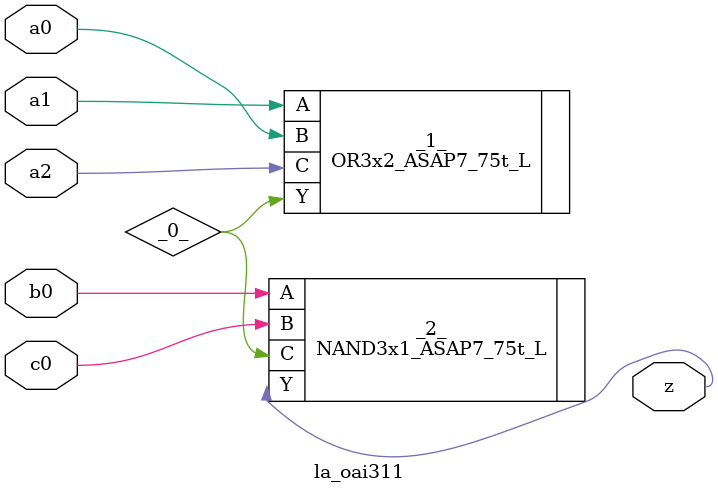
<source format=v>

/* Generated by Yosys 0.37 (git sha1 a5c7f69ed, clang 14.0.0-1ubuntu1.1 -fPIC -Os) */

module la_oai311(a0, a1, a2, b0, c0, z);
  wire _0_;
  input a0;
  wire a0;
  input a1;
  wire a1;
  input a2;
  wire a2;
  input b0;
  wire b0;
  input c0;
  wire c0;
  output z;
  wire z;
  OR3x2_ASAP7_75t_L _1_ (
    .A(a1),
    .B(a0),
    .C(a2),
    .Y(_0_)
  );
  NAND3x1_ASAP7_75t_L _2_ (
    .A(b0),
    .B(c0),
    .C(_0_),
    .Y(z)
  );
endmodule

</source>
